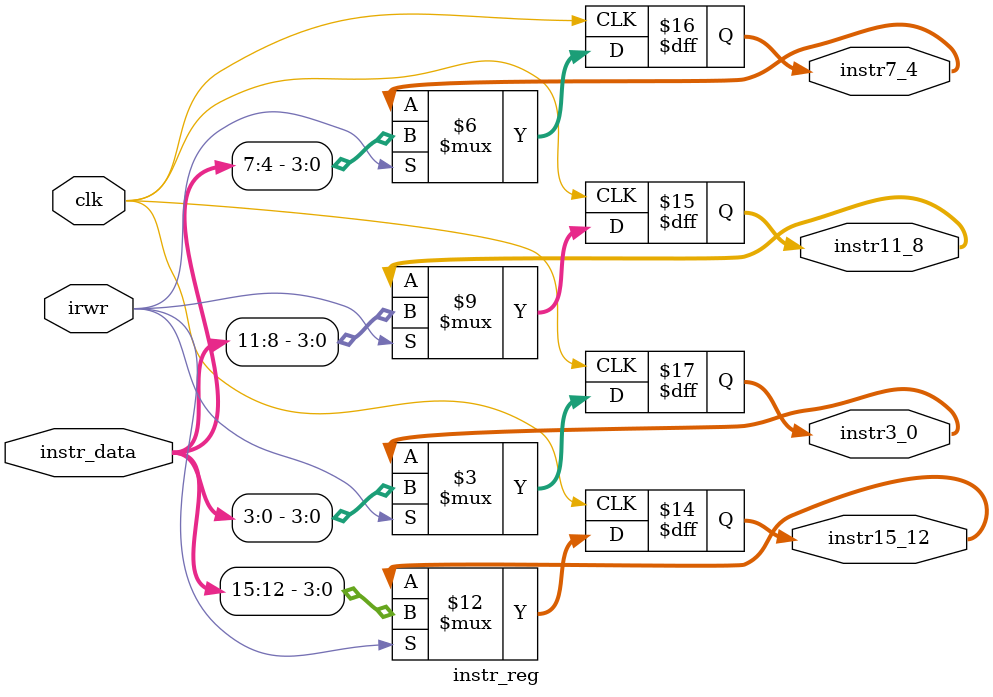
<source format=v>
`timescale 1ns / 1ps
module instr_reg(instr_data,irwr, clk,instr15_12, instr11_8, instr7_4, instr3_0);
input [15:0] instr_data;
input irwr,clk;
output [3:0] instr15_12, instr11_8, instr7_4, instr3_0;
reg [3:0] instr15_12, instr11_8, instr7_4, instr3_0;
always @(posedge clk)
begin
if(irwr)
 begin
   $display(" At  this  posedge Instruction register=memory[pc]=%h",instr_data);
   instr15_12=instr_data[15:12];
   instr11_8=instr_data[11:8];
   instr7_4=instr_data[7:4];
   instr3_0=instr_data[3:0];
 end
end
endmodule

</source>
